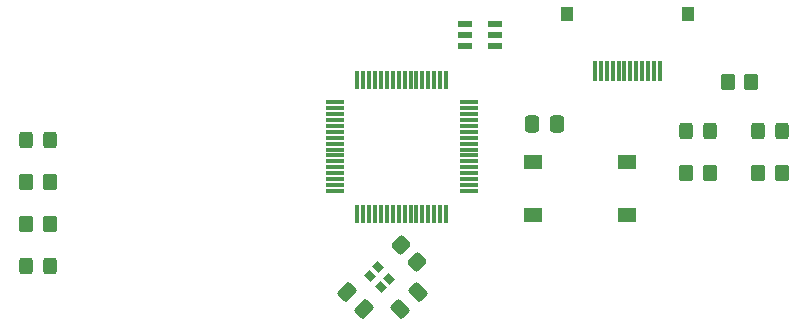
<source format=gtp>
G04 #@! TF.GenerationSoftware,KiCad,Pcbnew,8.0.7*
G04 #@! TF.CreationDate,2025-04-22T23:12:23-04:00*
G04 #@! TF.ProjectId,custom-keypad,63757374-6f6d-42d6-9b65-797061642e6b,rev?*
G04 #@! TF.SameCoordinates,Original*
G04 #@! TF.FileFunction,Paste,Top*
G04 #@! TF.FilePolarity,Positive*
%FSLAX46Y46*%
G04 Gerber Fmt 4.6, Leading zero omitted, Abs format (unit mm)*
G04 Created by KiCad (PCBNEW 8.0.7) date 2025-04-22 23:12:23*
%MOMM*%
%LPD*%
G01*
G04 APERTURE LIST*
G04 Aperture macros list*
%AMRoundRect*
0 Rectangle with rounded corners*
0 $1 Rounding radius*
0 $2 $3 $4 $5 $6 $7 $8 $9 X,Y pos of 4 corners*
0 Add a 4 corners polygon primitive as box body*
4,1,4,$2,$3,$4,$5,$6,$7,$8,$9,$2,$3,0*
0 Add four circle primitives for the rounded corners*
1,1,$1+$1,$2,$3*
1,1,$1+$1,$4,$5*
1,1,$1+$1,$6,$7*
1,1,$1+$1,$8,$9*
0 Add four rect primitives between the rounded corners*
20,1,$1+$1,$2,$3,$4,$5,0*
20,1,$1+$1,$4,$5,$6,$7,0*
20,1,$1+$1,$6,$7,$8,$9,0*
20,1,$1+$1,$8,$9,$2,$3,0*%
%AMRotRect*
0 Rectangle, with rotation*
0 The origin of the aperture is its center*
0 $1 length*
0 $2 width*
0 $3 Rotation angle, in degrees counterclockwise*
0 Add horizontal line*
21,1,$1,$2,0,0,$3*%
G04 Aperture macros list end*
%ADD10RoundRect,0.250000X-0.325000X-0.450000X0.325000X-0.450000X0.325000X0.450000X-0.325000X0.450000X0*%
%ADD11RoundRect,0.250000X0.350000X0.450000X-0.350000X0.450000X-0.350000X-0.450000X0.350000X-0.450000X0*%
%ADD12R,1.200000X0.600000*%
%ADD13RoundRect,0.250000X0.325000X0.450000X-0.325000X0.450000X-0.325000X-0.450000X0.325000X-0.450000X0*%
%ADD14RoundRect,0.250000X-0.337500X-0.475000X0.337500X-0.475000X0.337500X0.475000X-0.337500X0.475000X0*%
%ADD15R,1.550000X1.300000*%
%ADD16RotRect,0.700000X0.750000X45.000000*%
%ADD17RoundRect,0.250000X0.565685X0.070711X0.070711X0.565685X-0.565685X-0.070711X-0.070711X-0.565685X0*%
%ADD18RoundRect,0.250000X-0.097227X0.574524X-0.574524X0.097227X0.097227X-0.574524X0.574524X-0.097227X0*%
%ADD19RoundRect,0.250000X-0.350000X-0.450000X0.350000X-0.450000X0.350000X0.450000X-0.350000X0.450000X0*%
%ADD20RoundRect,0.075000X0.075000X-0.700000X0.075000X0.700000X-0.075000X0.700000X-0.075000X-0.700000X0*%
%ADD21RoundRect,0.075000X0.700000X-0.075000X0.700000X0.075000X-0.700000X0.075000X-0.700000X-0.075000X0*%
%ADD22R,0.300000X1.700000*%
%ADD23R,1.000000X1.200000*%
%ADD24RoundRect,0.250000X-0.574524X-0.097227X-0.097227X-0.574524X0.574524X0.097227X0.097227X0.574524X0*%
G04 APERTURE END LIST*
D10*
X115561002Y-38100000D03*
X117611000Y-38100000D03*
D11*
X55610000Y-42418000D03*
X53610000Y-42418000D03*
D12*
X93250000Y-30950000D03*
X93250000Y-30000000D03*
X93250000Y-29050000D03*
X90750000Y-29050000D03*
X90750000Y-30000000D03*
X90750000Y-30950000D03*
D13*
X55634999Y-38862000D03*
X53585001Y-38862000D03*
D14*
X96462500Y-37500000D03*
X98537500Y-37500000D03*
D11*
X55610000Y-45974000D03*
X53610000Y-45974000D03*
D15*
X96525000Y-40750000D03*
X96525000Y-45250000D03*
X104475000Y-40750000D03*
X104475000Y-45250000D03*
D16*
X82669150Y-50376256D03*
X83623744Y-51330850D03*
X84330850Y-50623744D03*
X83376256Y-49669150D03*
D17*
X86707107Y-49207107D03*
X85292893Y-47792893D03*
D18*
X86733623Y-51766377D03*
X85266377Y-53233623D03*
D19*
X115586000Y-41656000D03*
X117586000Y-41656000D03*
D11*
X111490000Y-41656000D03*
X109490000Y-41656000D03*
D20*
X81638000Y-45120000D03*
X82138000Y-45120000D03*
X82638000Y-45120000D03*
X83138000Y-45120000D03*
X83638000Y-45120000D03*
X84138000Y-45120000D03*
X84638000Y-45120000D03*
X85138000Y-45120000D03*
X85638000Y-45120000D03*
X86138000Y-45120000D03*
X86638000Y-45120000D03*
X87138000Y-45120000D03*
X87638000Y-45120000D03*
X88138000Y-45120000D03*
X88638000Y-45120000D03*
X89138000Y-45120000D03*
D21*
X91063000Y-43195000D03*
X91063000Y-42695000D03*
X91063000Y-42195000D03*
X91063000Y-41695000D03*
X91063000Y-41195000D03*
X91063000Y-40695000D03*
X91063000Y-40195000D03*
X91063000Y-39695000D03*
X91063000Y-39195000D03*
X91063000Y-38695000D03*
X91063000Y-38195000D03*
X91063000Y-37695000D03*
X91063000Y-37195000D03*
X91063000Y-36695000D03*
X91063000Y-36195000D03*
X91063000Y-35695000D03*
D20*
X89138000Y-33770000D03*
X88638000Y-33770000D03*
X88138000Y-33770000D03*
X87638000Y-33770000D03*
X87138000Y-33770000D03*
X86638000Y-33770000D03*
X86138000Y-33770000D03*
X85638000Y-33770000D03*
X85138000Y-33770000D03*
X84638000Y-33770000D03*
X84138000Y-33770000D03*
X83638000Y-33770000D03*
X83138000Y-33770000D03*
X82638000Y-33770000D03*
X82138000Y-33770000D03*
X81638000Y-33770000D03*
D21*
X79713000Y-35695000D03*
X79713000Y-36195000D03*
X79713000Y-36695000D03*
X79713000Y-37195000D03*
X79713000Y-37695000D03*
X79713000Y-38195000D03*
X79713000Y-38695000D03*
X79713000Y-39195000D03*
X79713000Y-39695000D03*
X79713000Y-40195000D03*
X79713000Y-40695000D03*
X79713000Y-41195000D03*
X79713000Y-41695000D03*
X79713000Y-42195000D03*
X79713000Y-42695000D03*
X79713000Y-43195000D03*
D22*
X107250000Y-33060000D03*
X106750000Y-33060000D03*
X106250000Y-33060000D03*
X105750000Y-33060000D03*
X105250000Y-33060000D03*
X104750000Y-33060000D03*
X104250000Y-33060000D03*
X103750000Y-33060000D03*
X103250000Y-33060000D03*
X102750000Y-33060000D03*
X102250000Y-33060000D03*
X101750000Y-33060000D03*
D23*
X109600000Y-28250000D03*
X99400000Y-28250000D03*
D19*
X113000000Y-34000000D03*
X115000000Y-34000000D03*
D13*
X55634999Y-49530000D03*
X53585001Y-49530000D03*
D24*
X80766377Y-51766377D03*
X82233623Y-53233623D03*
D13*
X111514999Y-38100000D03*
X109465001Y-38100000D03*
M02*

</source>
